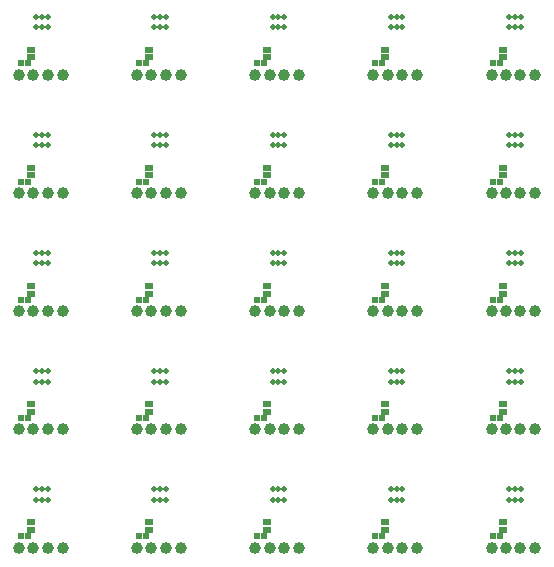
<source format=gbs>
G75*
%MOIN*%
%OFA0B0*%
%FSLAX25Y25*%
%IPPOS*%
%LPD*%
%AMOC8*
5,1,8,0,0,1.08239X$1,22.5*
%
%ADD10C,0.01981*%
%ADD11R,0.01981X0.02375*%
%ADD12C,0.03969*%
%ADD13R,0.03162X0.02178*%
D10*
X0048244Y0056315D03*
X0050213Y0056315D03*
X0052181Y0056315D03*
X0052181Y0059858D03*
X0050213Y0059858D03*
X0048244Y0059858D03*
X0048244Y0095685D03*
X0050213Y0095685D03*
X0052181Y0095685D03*
X0052181Y0099228D03*
X0050213Y0099228D03*
X0048244Y0099228D03*
X0048244Y0135055D03*
X0050213Y0135055D03*
X0052181Y0135055D03*
X0052181Y0138598D03*
X0050213Y0138598D03*
X0048244Y0138598D03*
X0048244Y0174425D03*
X0050213Y0174425D03*
X0052181Y0174425D03*
X0052181Y0177969D03*
X0050213Y0177969D03*
X0048244Y0177969D03*
X0048244Y0213795D03*
X0050213Y0213795D03*
X0052181Y0213795D03*
X0052181Y0217339D03*
X0050213Y0217339D03*
X0048244Y0217339D03*
X0087614Y0217339D03*
X0089583Y0217339D03*
X0091551Y0217339D03*
X0091551Y0213795D03*
X0089583Y0213795D03*
X0087614Y0213795D03*
X0087614Y0177969D03*
X0089583Y0177969D03*
X0091551Y0177969D03*
X0091551Y0174425D03*
X0089583Y0174425D03*
X0087614Y0174425D03*
X0087614Y0138598D03*
X0089583Y0138598D03*
X0091551Y0138598D03*
X0091551Y0135055D03*
X0089583Y0135055D03*
X0087614Y0135055D03*
X0087614Y0099228D03*
X0089583Y0099228D03*
X0091551Y0099228D03*
X0091551Y0095685D03*
X0089583Y0095685D03*
X0087614Y0095685D03*
X0087614Y0059858D03*
X0089583Y0059858D03*
X0091551Y0059858D03*
X0091551Y0056315D03*
X0089583Y0056315D03*
X0087614Y0056315D03*
X0126984Y0056315D03*
X0128953Y0056315D03*
X0130921Y0056315D03*
X0130921Y0059858D03*
X0128953Y0059858D03*
X0126984Y0059858D03*
X0126984Y0095685D03*
X0128953Y0095685D03*
X0130921Y0095685D03*
X0130921Y0099228D03*
X0128953Y0099228D03*
X0126984Y0099228D03*
X0126984Y0135055D03*
X0128953Y0135055D03*
X0130921Y0135055D03*
X0130921Y0138598D03*
X0128953Y0138598D03*
X0126984Y0138598D03*
X0126984Y0174425D03*
X0128953Y0174425D03*
X0130921Y0174425D03*
X0130921Y0177969D03*
X0128953Y0177969D03*
X0126984Y0177969D03*
X0126984Y0213795D03*
X0128953Y0213795D03*
X0130921Y0213795D03*
X0130921Y0217339D03*
X0128953Y0217339D03*
X0126984Y0217339D03*
X0166354Y0217339D03*
X0168323Y0217339D03*
X0170291Y0217339D03*
X0170291Y0213795D03*
X0168323Y0213795D03*
X0166354Y0213795D03*
X0166354Y0177969D03*
X0168323Y0177969D03*
X0170291Y0177969D03*
X0170291Y0174425D03*
X0168323Y0174425D03*
X0166354Y0174425D03*
X0166354Y0138598D03*
X0168323Y0138598D03*
X0170291Y0138598D03*
X0170291Y0135055D03*
X0168323Y0135055D03*
X0166354Y0135055D03*
X0166354Y0099228D03*
X0168323Y0099228D03*
X0170291Y0099228D03*
X0170291Y0095685D03*
X0168323Y0095685D03*
X0166354Y0095685D03*
X0166354Y0059858D03*
X0168323Y0059858D03*
X0170291Y0059858D03*
X0170291Y0056315D03*
X0168323Y0056315D03*
X0166354Y0056315D03*
X0205724Y0056315D03*
X0207693Y0056315D03*
X0209661Y0056315D03*
X0209661Y0059858D03*
X0207693Y0059858D03*
X0205724Y0059858D03*
X0205724Y0095685D03*
X0207693Y0095685D03*
X0209661Y0095685D03*
X0209661Y0099228D03*
X0207693Y0099228D03*
X0205724Y0099228D03*
X0205724Y0135055D03*
X0207693Y0135055D03*
X0209661Y0135055D03*
X0209661Y0138598D03*
X0207693Y0138598D03*
X0205724Y0138598D03*
X0205724Y0174425D03*
X0207693Y0174425D03*
X0209661Y0174425D03*
X0209661Y0177969D03*
X0207693Y0177969D03*
X0205724Y0177969D03*
X0205724Y0213795D03*
X0207693Y0213795D03*
X0209661Y0213795D03*
X0209661Y0217339D03*
X0207693Y0217339D03*
X0205724Y0217339D03*
D11*
X0202890Y0201748D03*
X0200528Y0201748D03*
X0163520Y0201748D03*
X0161157Y0201748D03*
X0124150Y0201748D03*
X0121787Y0201748D03*
X0084780Y0201748D03*
X0082417Y0201748D03*
X0045409Y0201748D03*
X0043047Y0201748D03*
X0043047Y0162378D03*
X0045409Y0162378D03*
X0082417Y0162378D03*
X0084780Y0162378D03*
X0121787Y0162378D03*
X0124150Y0162378D03*
X0161157Y0162378D03*
X0163520Y0162378D03*
X0200528Y0162378D03*
X0202890Y0162378D03*
X0202890Y0123008D03*
X0200528Y0123008D03*
X0163520Y0123008D03*
X0161157Y0123008D03*
X0124150Y0123008D03*
X0121787Y0123008D03*
X0084780Y0123008D03*
X0082417Y0123008D03*
X0045409Y0123008D03*
X0043047Y0123008D03*
X0043047Y0083638D03*
X0045409Y0083638D03*
X0082417Y0083638D03*
X0084780Y0083638D03*
X0121787Y0083638D03*
X0124150Y0083638D03*
X0161157Y0083638D03*
X0163520Y0083638D03*
X0200528Y0083638D03*
X0202890Y0083638D03*
X0202890Y0044268D03*
X0200528Y0044268D03*
X0163520Y0044268D03*
X0161157Y0044268D03*
X0124150Y0044268D03*
X0121787Y0044268D03*
X0084780Y0044268D03*
X0082417Y0044268D03*
X0045409Y0044268D03*
X0043047Y0044268D03*
D12*
X0042535Y0040370D03*
X0047260Y0040370D03*
X0051984Y0040370D03*
X0057102Y0040370D03*
X0081906Y0040370D03*
X0086630Y0040370D03*
X0091354Y0040370D03*
X0096472Y0040370D03*
X0121276Y0040370D03*
X0126000Y0040370D03*
X0130724Y0040370D03*
X0135843Y0040370D03*
X0160646Y0040370D03*
X0165370Y0040370D03*
X0170094Y0040370D03*
X0175213Y0040370D03*
X0200016Y0040370D03*
X0204740Y0040370D03*
X0209465Y0040370D03*
X0214583Y0040370D03*
X0214583Y0079740D03*
X0209465Y0079740D03*
X0204740Y0079740D03*
X0200016Y0079740D03*
X0175213Y0079740D03*
X0170094Y0079740D03*
X0165370Y0079740D03*
X0160646Y0079740D03*
X0135843Y0079740D03*
X0130724Y0079740D03*
X0126000Y0079740D03*
X0121276Y0079740D03*
X0096472Y0079740D03*
X0091354Y0079740D03*
X0086630Y0079740D03*
X0081906Y0079740D03*
X0057102Y0079740D03*
X0051984Y0079740D03*
X0047260Y0079740D03*
X0042535Y0079740D03*
X0042535Y0119110D03*
X0047260Y0119110D03*
X0051984Y0119110D03*
X0057102Y0119110D03*
X0081906Y0119110D03*
X0086630Y0119110D03*
X0091354Y0119110D03*
X0096472Y0119110D03*
X0121276Y0119110D03*
X0126000Y0119110D03*
X0130724Y0119110D03*
X0135843Y0119110D03*
X0160646Y0119110D03*
X0165370Y0119110D03*
X0170094Y0119110D03*
X0175213Y0119110D03*
X0200016Y0119110D03*
X0204740Y0119110D03*
X0209465Y0119110D03*
X0214583Y0119110D03*
X0214583Y0158480D03*
X0209465Y0158480D03*
X0204740Y0158480D03*
X0200016Y0158480D03*
X0175213Y0158480D03*
X0170094Y0158480D03*
X0165370Y0158480D03*
X0160646Y0158480D03*
X0135843Y0158480D03*
X0130724Y0158480D03*
X0126000Y0158480D03*
X0121276Y0158480D03*
X0096472Y0158480D03*
X0091354Y0158480D03*
X0086630Y0158480D03*
X0081906Y0158480D03*
X0057102Y0158480D03*
X0051984Y0158480D03*
X0047260Y0158480D03*
X0042535Y0158480D03*
X0042535Y0197850D03*
X0047260Y0197850D03*
X0051984Y0197850D03*
X0057102Y0197850D03*
X0081906Y0197850D03*
X0086630Y0197850D03*
X0091354Y0197850D03*
X0096472Y0197850D03*
X0121276Y0197850D03*
X0126000Y0197850D03*
X0130724Y0197850D03*
X0135843Y0197850D03*
X0160646Y0197850D03*
X0165370Y0197850D03*
X0170094Y0197850D03*
X0175213Y0197850D03*
X0200016Y0197850D03*
X0204740Y0197850D03*
X0209465Y0197850D03*
X0214583Y0197850D03*
D13*
X0203874Y0203776D03*
X0203874Y0206335D03*
X0164504Y0206335D03*
X0164504Y0203776D03*
X0164504Y0166965D03*
X0164504Y0164406D03*
X0164504Y0127594D03*
X0164504Y0125035D03*
X0164504Y0088224D03*
X0164504Y0085665D03*
X0164504Y0048854D03*
X0164504Y0046295D03*
X0125134Y0046295D03*
X0125134Y0048854D03*
X0125134Y0085665D03*
X0125134Y0088224D03*
X0125134Y0125035D03*
X0125134Y0127594D03*
X0125134Y0164406D03*
X0125134Y0166965D03*
X0125134Y0203776D03*
X0125134Y0206335D03*
X0085764Y0206335D03*
X0085764Y0203776D03*
X0085764Y0166965D03*
X0085764Y0164406D03*
X0085764Y0127594D03*
X0085764Y0125035D03*
X0085764Y0088224D03*
X0085764Y0085665D03*
X0085764Y0048854D03*
X0085764Y0046295D03*
X0046394Y0046295D03*
X0046394Y0048854D03*
X0046394Y0085665D03*
X0046394Y0088224D03*
X0046394Y0125035D03*
X0046394Y0127594D03*
X0046394Y0164406D03*
X0046394Y0166965D03*
X0046394Y0203776D03*
X0046394Y0206335D03*
X0203874Y0166965D03*
X0203874Y0164406D03*
X0203874Y0127594D03*
X0203874Y0125035D03*
X0203874Y0088224D03*
X0203874Y0085665D03*
X0203874Y0048854D03*
X0203874Y0046295D03*
M02*

</source>
